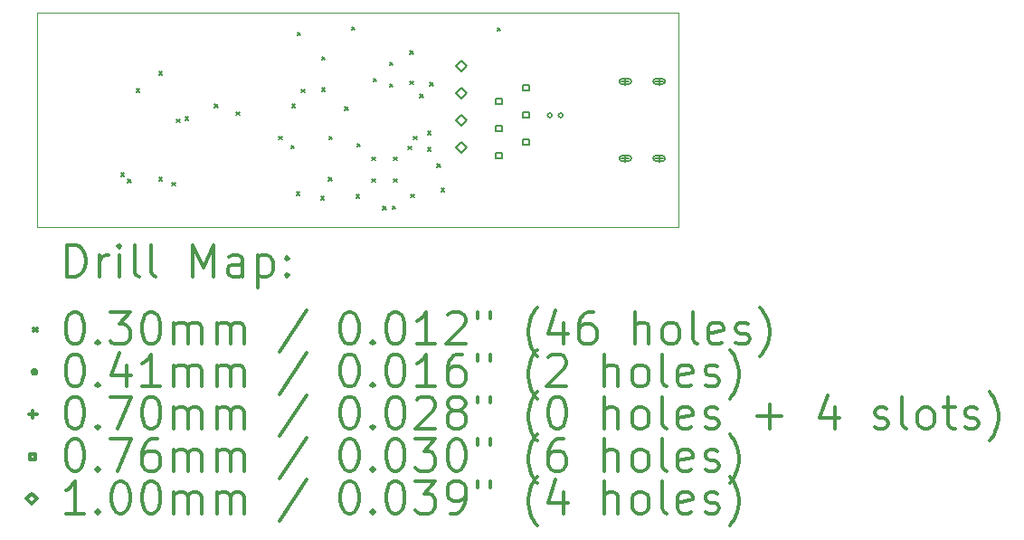
<source format=gbr>
%FSLAX45Y45*%
G04 Gerber Fmt 4.5, Leading zero omitted, Abs format (unit mm)*
G04 Created by KiCad (PCBNEW (5.1.9-0-10_14)) date 2021-04-30 15:24:49*
%MOMM*%
%LPD*%
G01*
G04 APERTURE LIST*
%TA.AperFunction,Profile*%
%ADD10C,0.050000*%
%TD*%
%ADD11C,0.200000*%
%ADD12C,0.300000*%
G04 APERTURE END LIST*
D10*
X6000000Y2000000D02*
X6000000Y0D01*
X0Y2000000D02*
X6000000Y2000000D01*
X0Y0D02*
X0Y2000000D01*
X0Y0D02*
X6000000Y0D01*
D11*
X787640Y502680D02*
X817640Y472680D01*
X817640Y502680D02*
X787640Y472680D01*
X850661Y444498D02*
X880661Y414498D01*
X880661Y444498D02*
X850661Y414498D01*
X929880Y1290080D02*
X959880Y1260080D01*
X959880Y1290080D02*
X929880Y1260080D01*
X1140700Y1450100D02*
X1170700Y1420100D01*
X1170700Y1450100D02*
X1140700Y1420100D01*
X1140700Y459500D02*
X1170700Y429500D01*
X1170700Y459500D02*
X1140700Y429500D01*
X1265160Y416320D02*
X1295160Y386320D01*
X1295160Y416320D02*
X1265160Y386320D01*
X1305800Y1005600D02*
X1335800Y975600D01*
X1335800Y1005600D02*
X1305800Y975600D01*
X1385855Y1030521D02*
X1415855Y1000521D01*
X1415855Y1030521D02*
X1385855Y1000521D01*
X1661400Y1145300D02*
X1691400Y1115300D01*
X1691400Y1145300D02*
X1661400Y1115300D01*
X1864600Y1076242D02*
X1894600Y1046242D01*
X1894600Y1076242D02*
X1864600Y1046242D01*
X2265920Y848120D02*
X2295920Y818120D01*
X2295920Y848120D02*
X2265920Y818120D01*
X2377680Y761760D02*
X2407680Y731760D01*
X2407680Y761760D02*
X2377680Y731760D01*
X2385300Y1145300D02*
X2415300Y1115300D01*
X2415300Y1145300D02*
X2385300Y1115300D01*
X2428480Y324880D02*
X2458480Y294880D01*
X2458480Y324880D02*
X2428480Y294880D01*
X2436100Y1818400D02*
X2466100Y1788400D01*
X2466100Y1818400D02*
X2436100Y1788400D01*
X2474200Y1285000D02*
X2504200Y1255000D01*
X2504200Y1285000D02*
X2474200Y1255000D01*
X2657080Y284240D02*
X2687080Y254240D01*
X2687080Y284240D02*
X2657080Y254240D01*
X2664700Y1589800D02*
X2694700Y1559800D01*
X2694700Y1589800D02*
X2664700Y1559800D01*
X2664700Y1297700D02*
X2694700Y1267700D01*
X2694700Y1297700D02*
X2664700Y1267700D01*
X2728200Y459500D02*
X2758200Y429500D01*
X2758200Y459500D02*
X2728200Y429500D01*
X2734500Y848120D02*
X2764500Y818120D01*
X2764500Y848120D02*
X2734500Y818120D01*
X2880600Y1119900D02*
X2910600Y1089900D01*
X2910600Y1119900D02*
X2880600Y1089900D01*
X2944100Y1869200D02*
X2974100Y1839200D01*
X2974100Y1869200D02*
X2944100Y1839200D01*
X2987280Y299480D02*
X3017280Y269480D01*
X3017280Y299480D02*
X2987280Y269480D01*
X2994900Y777000D02*
X3024900Y747000D01*
X3024900Y777000D02*
X2994900Y747000D01*
X3134600Y650000D02*
X3164600Y620000D01*
X3164600Y650000D02*
X3134600Y620000D01*
X3134600Y446800D02*
X3164600Y416800D01*
X3164600Y446800D02*
X3134600Y416800D01*
X3147300Y1386600D02*
X3177300Y1356600D01*
X3177300Y1386600D02*
X3147300Y1356600D01*
X3236200Y192321D02*
X3266200Y162321D01*
X3266200Y192321D02*
X3236200Y162321D01*
X3299700Y1539000D02*
X3329700Y1509000D01*
X3329700Y1539000D02*
X3299700Y1509000D01*
X3299700Y1335800D02*
X3329700Y1305800D01*
X3329700Y1335800D02*
X3299700Y1305800D01*
X3325100Y192800D02*
X3355100Y162800D01*
X3355100Y192800D02*
X3325100Y162800D01*
X3337800Y650000D02*
X3367800Y620000D01*
X3367800Y650000D02*
X3337800Y620000D01*
X3337800Y446800D02*
X3367800Y416800D01*
X3367800Y446800D02*
X3337800Y416800D01*
X3475370Y751465D02*
X3505370Y721465D01*
X3505370Y751465D02*
X3475370Y721465D01*
X3490200Y1647200D02*
X3520200Y1617200D01*
X3520200Y1647200D02*
X3490200Y1617200D01*
X3490200Y1361200D02*
X3520200Y1331200D01*
X3520200Y1361200D02*
X3490200Y1331200D01*
X3500360Y304560D02*
X3530360Y274560D01*
X3530360Y304560D02*
X3500360Y274560D01*
X3523220Y848120D02*
X3553220Y818120D01*
X3553220Y848120D02*
X3523220Y818120D01*
X3585200Y1240800D02*
X3615200Y1210800D01*
X3615200Y1240800D02*
X3585200Y1210800D01*
X3655300Y891300D02*
X3685300Y861300D01*
X3685300Y891300D02*
X3655300Y861300D01*
X3655300Y738900D02*
X3685300Y708900D01*
X3685300Y738900D02*
X3655300Y708900D01*
X3678160Y1348500D02*
X3708160Y1318500D01*
X3708160Y1348500D02*
X3678160Y1318500D01*
X3744200Y586500D02*
X3774200Y556500D01*
X3774200Y586500D02*
X3744200Y556500D01*
X3784360Y360440D02*
X3814360Y330440D01*
X3814360Y360440D02*
X3784360Y330440D01*
X4309350Y1862850D02*
X4339350Y1832850D01*
X4339350Y1862850D02*
X4309350Y1832850D01*
X4820920Y1042985D02*
G75*
G03*
X4820920Y1042985I-20320J0D01*
G01*
X4922520Y1042985D02*
G75*
G03*
X4922520Y1042985I-20320J0D01*
G01*
X5506950Y1395000D02*
X5506950Y1325000D01*
X5471950Y1360000D02*
X5541950Y1360000D01*
X5536950Y1385000D02*
X5476950Y1385000D01*
X5536950Y1335000D02*
X5476950Y1335000D01*
X5476950Y1385000D02*
G75*
G03*
X5476950Y1335000I0J-25000D01*
G01*
X5536950Y1335000D02*
G75*
G03*
X5536950Y1385000I0J25000D01*
G01*
X5506950Y675000D02*
X5506950Y605000D01*
X5471950Y640000D02*
X5541950Y640000D01*
X5476950Y615000D02*
X5536950Y615000D01*
X5476950Y665000D02*
X5536950Y665000D01*
X5536950Y615000D02*
G75*
G03*
X5536950Y665000I0J25000D01*
G01*
X5476950Y665000D02*
G75*
G03*
X5476950Y615000I0J-25000D01*
G01*
X5822950Y1395000D02*
X5822950Y1325000D01*
X5787950Y1360000D02*
X5857950Y1360000D01*
X5852950Y1385000D02*
X5792950Y1385000D01*
X5852950Y1335000D02*
X5792950Y1335000D01*
X5792950Y1385000D02*
G75*
G03*
X5792950Y1335000I0J-25000D01*
G01*
X5852950Y1335000D02*
G75*
G03*
X5852950Y1385000I0J25000D01*
G01*
X5822950Y675000D02*
X5822950Y605000D01*
X5787950Y640000D02*
X5857950Y640000D01*
X5852950Y665000D02*
X5792950Y665000D01*
X5852950Y615000D02*
X5792950Y615000D01*
X5792950Y665000D02*
G75*
G03*
X5792950Y615000I0J-25000D01*
G01*
X5852950Y615000D02*
G75*
G03*
X5852950Y665000I0J25000D01*
G01*
X4351220Y1147880D02*
X4351220Y1201620D01*
X4297480Y1201620D01*
X4297480Y1147880D01*
X4351220Y1147880D01*
X4351220Y893880D02*
X4351220Y947620D01*
X4297480Y947620D01*
X4297480Y893880D01*
X4351220Y893880D01*
X4351220Y639880D02*
X4351220Y693620D01*
X4297480Y693620D01*
X4297480Y639880D01*
X4351220Y639880D01*
X4605220Y1274880D02*
X4605220Y1328620D01*
X4551480Y1328620D01*
X4551480Y1274880D01*
X4605220Y1274880D01*
X4605220Y1020880D02*
X4605220Y1074620D01*
X4551480Y1074620D01*
X4551480Y1020880D01*
X4605220Y1020880D01*
X4605220Y766880D02*
X4605220Y820620D01*
X4551480Y820620D01*
X4551480Y766880D01*
X4605220Y766880D01*
X3971150Y1451700D02*
X4021150Y1501700D01*
X3971150Y1551700D01*
X3921150Y1501700D01*
X3971150Y1451700D01*
X3971150Y1197700D02*
X4021150Y1247700D01*
X3971150Y1297700D01*
X3921150Y1247700D01*
X3971150Y1197700D01*
X3971150Y943700D02*
X4021150Y993700D01*
X3971150Y1043700D01*
X3921150Y993700D01*
X3971150Y943700D01*
X3971150Y689700D02*
X4021150Y739700D01*
X3971150Y789700D01*
X3921150Y739700D01*
X3971150Y689700D01*
D12*
X283928Y-468214D02*
X283928Y-168214D01*
X355357Y-168214D01*
X398214Y-182500D01*
X426786Y-211071D01*
X441071Y-239643D01*
X455357Y-296786D01*
X455357Y-339643D01*
X441071Y-396786D01*
X426786Y-425357D01*
X398214Y-453929D01*
X355357Y-468214D01*
X283928Y-468214D01*
X583928Y-468214D02*
X583928Y-268214D01*
X583928Y-325357D02*
X598214Y-296786D01*
X612500Y-282500D01*
X641071Y-268214D01*
X669643Y-268214D01*
X769643Y-468214D02*
X769643Y-268214D01*
X769643Y-168214D02*
X755357Y-182500D01*
X769643Y-196786D01*
X783928Y-182500D01*
X769643Y-168214D01*
X769643Y-196786D01*
X955357Y-468214D02*
X926786Y-453929D01*
X912500Y-425357D01*
X912500Y-168214D01*
X1112500Y-468214D02*
X1083928Y-453929D01*
X1069643Y-425357D01*
X1069643Y-168214D01*
X1455357Y-468214D02*
X1455357Y-168214D01*
X1555357Y-382500D01*
X1655357Y-168214D01*
X1655357Y-468214D01*
X1926786Y-468214D02*
X1926786Y-311072D01*
X1912500Y-282500D01*
X1883928Y-268214D01*
X1826786Y-268214D01*
X1798214Y-282500D01*
X1926786Y-453929D02*
X1898214Y-468214D01*
X1826786Y-468214D01*
X1798214Y-453929D01*
X1783928Y-425357D01*
X1783928Y-396786D01*
X1798214Y-368214D01*
X1826786Y-353929D01*
X1898214Y-353929D01*
X1926786Y-339643D01*
X2069643Y-268214D02*
X2069643Y-568214D01*
X2069643Y-282500D02*
X2098214Y-268214D01*
X2155357Y-268214D01*
X2183928Y-282500D01*
X2198214Y-296786D01*
X2212500Y-325357D01*
X2212500Y-411071D01*
X2198214Y-439643D01*
X2183928Y-453929D01*
X2155357Y-468214D01*
X2098214Y-468214D01*
X2069643Y-453929D01*
X2341071Y-439643D02*
X2355357Y-453929D01*
X2341071Y-468214D01*
X2326786Y-453929D01*
X2341071Y-439643D01*
X2341071Y-468214D01*
X2341071Y-282500D02*
X2355357Y-296786D01*
X2341071Y-311072D01*
X2326786Y-296786D01*
X2341071Y-282500D01*
X2341071Y-311072D01*
X-32500Y-947500D02*
X-2500Y-977500D01*
X-2500Y-947500D02*
X-32500Y-977500D01*
X341071Y-798214D02*
X369643Y-798214D01*
X398214Y-812500D01*
X412500Y-826786D01*
X426786Y-855357D01*
X441071Y-912500D01*
X441071Y-983929D01*
X426786Y-1041071D01*
X412500Y-1069643D01*
X398214Y-1083929D01*
X369643Y-1098214D01*
X341071Y-1098214D01*
X312500Y-1083929D01*
X298214Y-1069643D01*
X283928Y-1041071D01*
X269643Y-983929D01*
X269643Y-912500D01*
X283928Y-855357D01*
X298214Y-826786D01*
X312500Y-812500D01*
X341071Y-798214D01*
X569643Y-1069643D02*
X583928Y-1083929D01*
X569643Y-1098214D01*
X555357Y-1083929D01*
X569643Y-1069643D01*
X569643Y-1098214D01*
X683928Y-798214D02*
X869643Y-798214D01*
X769643Y-912500D01*
X812500Y-912500D01*
X841071Y-926786D01*
X855357Y-941071D01*
X869643Y-969643D01*
X869643Y-1041071D01*
X855357Y-1069643D01*
X841071Y-1083929D01*
X812500Y-1098214D01*
X726786Y-1098214D01*
X698214Y-1083929D01*
X683928Y-1069643D01*
X1055357Y-798214D02*
X1083928Y-798214D01*
X1112500Y-812500D01*
X1126786Y-826786D01*
X1141071Y-855357D01*
X1155357Y-912500D01*
X1155357Y-983929D01*
X1141071Y-1041071D01*
X1126786Y-1069643D01*
X1112500Y-1083929D01*
X1083928Y-1098214D01*
X1055357Y-1098214D01*
X1026786Y-1083929D01*
X1012500Y-1069643D01*
X998214Y-1041071D01*
X983928Y-983929D01*
X983928Y-912500D01*
X998214Y-855357D01*
X1012500Y-826786D01*
X1026786Y-812500D01*
X1055357Y-798214D01*
X1283928Y-1098214D02*
X1283928Y-898214D01*
X1283928Y-926786D02*
X1298214Y-912500D01*
X1326786Y-898214D01*
X1369643Y-898214D01*
X1398214Y-912500D01*
X1412500Y-941071D01*
X1412500Y-1098214D01*
X1412500Y-941071D02*
X1426786Y-912500D01*
X1455357Y-898214D01*
X1498214Y-898214D01*
X1526786Y-912500D01*
X1541071Y-941071D01*
X1541071Y-1098214D01*
X1683928Y-1098214D02*
X1683928Y-898214D01*
X1683928Y-926786D02*
X1698214Y-912500D01*
X1726786Y-898214D01*
X1769643Y-898214D01*
X1798214Y-912500D01*
X1812500Y-941071D01*
X1812500Y-1098214D01*
X1812500Y-941071D02*
X1826786Y-912500D01*
X1855357Y-898214D01*
X1898214Y-898214D01*
X1926786Y-912500D01*
X1941071Y-941071D01*
X1941071Y-1098214D01*
X2526786Y-783929D02*
X2269643Y-1169643D01*
X2912500Y-798214D02*
X2941071Y-798214D01*
X2969643Y-812500D01*
X2983928Y-826786D01*
X2998214Y-855357D01*
X3012500Y-912500D01*
X3012500Y-983929D01*
X2998214Y-1041071D01*
X2983928Y-1069643D01*
X2969643Y-1083929D01*
X2941071Y-1098214D01*
X2912500Y-1098214D01*
X2883928Y-1083929D01*
X2869643Y-1069643D01*
X2855357Y-1041071D01*
X2841071Y-983929D01*
X2841071Y-912500D01*
X2855357Y-855357D01*
X2869643Y-826786D01*
X2883928Y-812500D01*
X2912500Y-798214D01*
X3141071Y-1069643D02*
X3155357Y-1083929D01*
X3141071Y-1098214D01*
X3126786Y-1083929D01*
X3141071Y-1069643D01*
X3141071Y-1098214D01*
X3341071Y-798214D02*
X3369643Y-798214D01*
X3398214Y-812500D01*
X3412500Y-826786D01*
X3426786Y-855357D01*
X3441071Y-912500D01*
X3441071Y-983929D01*
X3426786Y-1041071D01*
X3412500Y-1069643D01*
X3398214Y-1083929D01*
X3369643Y-1098214D01*
X3341071Y-1098214D01*
X3312500Y-1083929D01*
X3298214Y-1069643D01*
X3283928Y-1041071D01*
X3269643Y-983929D01*
X3269643Y-912500D01*
X3283928Y-855357D01*
X3298214Y-826786D01*
X3312500Y-812500D01*
X3341071Y-798214D01*
X3726786Y-1098214D02*
X3555357Y-1098214D01*
X3641071Y-1098214D02*
X3641071Y-798214D01*
X3612500Y-841071D01*
X3583928Y-869643D01*
X3555357Y-883929D01*
X3841071Y-826786D02*
X3855357Y-812500D01*
X3883928Y-798214D01*
X3955357Y-798214D01*
X3983928Y-812500D01*
X3998214Y-826786D01*
X4012500Y-855357D01*
X4012500Y-883929D01*
X3998214Y-926786D01*
X3826786Y-1098214D01*
X4012500Y-1098214D01*
X4126786Y-798214D02*
X4126786Y-855357D01*
X4241071Y-798214D02*
X4241071Y-855357D01*
X4683928Y-1212500D02*
X4669643Y-1198214D01*
X4641071Y-1155357D01*
X4626786Y-1126786D01*
X4612500Y-1083929D01*
X4598214Y-1012500D01*
X4598214Y-955357D01*
X4612500Y-883929D01*
X4626786Y-841071D01*
X4641071Y-812500D01*
X4669643Y-769643D01*
X4683928Y-755357D01*
X4926786Y-898214D02*
X4926786Y-1098214D01*
X4855357Y-783929D02*
X4783928Y-998214D01*
X4969643Y-998214D01*
X5212500Y-798214D02*
X5155357Y-798214D01*
X5126786Y-812500D01*
X5112500Y-826786D01*
X5083928Y-869643D01*
X5069643Y-926786D01*
X5069643Y-1041071D01*
X5083928Y-1069643D01*
X5098214Y-1083929D01*
X5126786Y-1098214D01*
X5183928Y-1098214D01*
X5212500Y-1083929D01*
X5226786Y-1069643D01*
X5241071Y-1041071D01*
X5241071Y-969643D01*
X5226786Y-941071D01*
X5212500Y-926786D01*
X5183928Y-912500D01*
X5126786Y-912500D01*
X5098214Y-926786D01*
X5083928Y-941071D01*
X5069643Y-969643D01*
X5598214Y-1098214D02*
X5598214Y-798214D01*
X5726786Y-1098214D02*
X5726786Y-941071D01*
X5712500Y-912500D01*
X5683928Y-898214D01*
X5641071Y-898214D01*
X5612500Y-912500D01*
X5598214Y-926786D01*
X5912500Y-1098214D02*
X5883928Y-1083929D01*
X5869643Y-1069643D01*
X5855357Y-1041071D01*
X5855357Y-955357D01*
X5869643Y-926786D01*
X5883928Y-912500D01*
X5912500Y-898214D01*
X5955357Y-898214D01*
X5983928Y-912500D01*
X5998214Y-926786D01*
X6012500Y-955357D01*
X6012500Y-1041071D01*
X5998214Y-1069643D01*
X5983928Y-1083929D01*
X5955357Y-1098214D01*
X5912500Y-1098214D01*
X6183928Y-1098214D02*
X6155357Y-1083929D01*
X6141071Y-1055357D01*
X6141071Y-798214D01*
X6412500Y-1083929D02*
X6383928Y-1098214D01*
X6326786Y-1098214D01*
X6298214Y-1083929D01*
X6283928Y-1055357D01*
X6283928Y-941071D01*
X6298214Y-912500D01*
X6326786Y-898214D01*
X6383928Y-898214D01*
X6412500Y-912500D01*
X6426786Y-941071D01*
X6426786Y-969643D01*
X6283928Y-998214D01*
X6541071Y-1083929D02*
X6569643Y-1098214D01*
X6626786Y-1098214D01*
X6655357Y-1083929D01*
X6669643Y-1055357D01*
X6669643Y-1041071D01*
X6655357Y-1012500D01*
X6626786Y-998214D01*
X6583928Y-998214D01*
X6555357Y-983929D01*
X6541071Y-955357D01*
X6541071Y-941071D01*
X6555357Y-912500D01*
X6583928Y-898214D01*
X6626786Y-898214D01*
X6655357Y-912500D01*
X6769643Y-1212500D02*
X6783928Y-1198214D01*
X6812500Y-1155357D01*
X6826786Y-1126786D01*
X6841071Y-1083929D01*
X6855357Y-1012500D01*
X6855357Y-955357D01*
X6841071Y-883929D01*
X6826786Y-841071D01*
X6812500Y-812500D01*
X6783928Y-769643D01*
X6769643Y-755357D01*
X-2500Y-1358500D02*
G75*
G03*
X-2500Y-1358500I-20320J0D01*
G01*
X341071Y-1194214D02*
X369643Y-1194214D01*
X398214Y-1208500D01*
X412500Y-1222786D01*
X426786Y-1251357D01*
X441071Y-1308500D01*
X441071Y-1379929D01*
X426786Y-1437071D01*
X412500Y-1465643D01*
X398214Y-1479929D01*
X369643Y-1494214D01*
X341071Y-1494214D01*
X312500Y-1479929D01*
X298214Y-1465643D01*
X283928Y-1437071D01*
X269643Y-1379929D01*
X269643Y-1308500D01*
X283928Y-1251357D01*
X298214Y-1222786D01*
X312500Y-1208500D01*
X341071Y-1194214D01*
X569643Y-1465643D02*
X583928Y-1479929D01*
X569643Y-1494214D01*
X555357Y-1479929D01*
X569643Y-1465643D01*
X569643Y-1494214D01*
X841071Y-1294214D02*
X841071Y-1494214D01*
X769643Y-1179929D02*
X698214Y-1394214D01*
X883928Y-1394214D01*
X1155357Y-1494214D02*
X983928Y-1494214D01*
X1069643Y-1494214D02*
X1069643Y-1194214D01*
X1041071Y-1237072D01*
X1012500Y-1265643D01*
X983928Y-1279929D01*
X1283928Y-1494214D02*
X1283928Y-1294214D01*
X1283928Y-1322786D02*
X1298214Y-1308500D01*
X1326786Y-1294214D01*
X1369643Y-1294214D01*
X1398214Y-1308500D01*
X1412500Y-1337072D01*
X1412500Y-1494214D01*
X1412500Y-1337072D02*
X1426786Y-1308500D01*
X1455357Y-1294214D01*
X1498214Y-1294214D01*
X1526786Y-1308500D01*
X1541071Y-1337072D01*
X1541071Y-1494214D01*
X1683928Y-1494214D02*
X1683928Y-1294214D01*
X1683928Y-1322786D02*
X1698214Y-1308500D01*
X1726786Y-1294214D01*
X1769643Y-1294214D01*
X1798214Y-1308500D01*
X1812500Y-1337072D01*
X1812500Y-1494214D01*
X1812500Y-1337072D02*
X1826786Y-1308500D01*
X1855357Y-1294214D01*
X1898214Y-1294214D01*
X1926786Y-1308500D01*
X1941071Y-1337072D01*
X1941071Y-1494214D01*
X2526786Y-1179929D02*
X2269643Y-1565643D01*
X2912500Y-1194214D02*
X2941071Y-1194214D01*
X2969643Y-1208500D01*
X2983928Y-1222786D01*
X2998214Y-1251357D01*
X3012500Y-1308500D01*
X3012500Y-1379929D01*
X2998214Y-1437071D01*
X2983928Y-1465643D01*
X2969643Y-1479929D01*
X2941071Y-1494214D01*
X2912500Y-1494214D01*
X2883928Y-1479929D01*
X2869643Y-1465643D01*
X2855357Y-1437071D01*
X2841071Y-1379929D01*
X2841071Y-1308500D01*
X2855357Y-1251357D01*
X2869643Y-1222786D01*
X2883928Y-1208500D01*
X2912500Y-1194214D01*
X3141071Y-1465643D02*
X3155357Y-1479929D01*
X3141071Y-1494214D01*
X3126786Y-1479929D01*
X3141071Y-1465643D01*
X3141071Y-1494214D01*
X3341071Y-1194214D02*
X3369643Y-1194214D01*
X3398214Y-1208500D01*
X3412500Y-1222786D01*
X3426786Y-1251357D01*
X3441071Y-1308500D01*
X3441071Y-1379929D01*
X3426786Y-1437071D01*
X3412500Y-1465643D01*
X3398214Y-1479929D01*
X3369643Y-1494214D01*
X3341071Y-1494214D01*
X3312500Y-1479929D01*
X3298214Y-1465643D01*
X3283928Y-1437071D01*
X3269643Y-1379929D01*
X3269643Y-1308500D01*
X3283928Y-1251357D01*
X3298214Y-1222786D01*
X3312500Y-1208500D01*
X3341071Y-1194214D01*
X3726786Y-1494214D02*
X3555357Y-1494214D01*
X3641071Y-1494214D02*
X3641071Y-1194214D01*
X3612500Y-1237072D01*
X3583928Y-1265643D01*
X3555357Y-1279929D01*
X3983928Y-1194214D02*
X3926786Y-1194214D01*
X3898214Y-1208500D01*
X3883928Y-1222786D01*
X3855357Y-1265643D01*
X3841071Y-1322786D01*
X3841071Y-1437071D01*
X3855357Y-1465643D01*
X3869643Y-1479929D01*
X3898214Y-1494214D01*
X3955357Y-1494214D01*
X3983928Y-1479929D01*
X3998214Y-1465643D01*
X4012500Y-1437071D01*
X4012500Y-1365643D01*
X3998214Y-1337072D01*
X3983928Y-1322786D01*
X3955357Y-1308500D01*
X3898214Y-1308500D01*
X3869643Y-1322786D01*
X3855357Y-1337072D01*
X3841071Y-1365643D01*
X4126786Y-1194214D02*
X4126786Y-1251357D01*
X4241071Y-1194214D02*
X4241071Y-1251357D01*
X4683928Y-1608500D02*
X4669643Y-1594214D01*
X4641071Y-1551357D01*
X4626786Y-1522786D01*
X4612500Y-1479929D01*
X4598214Y-1408500D01*
X4598214Y-1351357D01*
X4612500Y-1279929D01*
X4626786Y-1237072D01*
X4641071Y-1208500D01*
X4669643Y-1165643D01*
X4683928Y-1151357D01*
X4783928Y-1222786D02*
X4798214Y-1208500D01*
X4826786Y-1194214D01*
X4898214Y-1194214D01*
X4926786Y-1208500D01*
X4941071Y-1222786D01*
X4955357Y-1251357D01*
X4955357Y-1279929D01*
X4941071Y-1322786D01*
X4769643Y-1494214D01*
X4955357Y-1494214D01*
X5312500Y-1494214D02*
X5312500Y-1194214D01*
X5441071Y-1494214D02*
X5441071Y-1337072D01*
X5426786Y-1308500D01*
X5398214Y-1294214D01*
X5355357Y-1294214D01*
X5326786Y-1308500D01*
X5312500Y-1322786D01*
X5626786Y-1494214D02*
X5598214Y-1479929D01*
X5583928Y-1465643D01*
X5569643Y-1437071D01*
X5569643Y-1351357D01*
X5583928Y-1322786D01*
X5598214Y-1308500D01*
X5626786Y-1294214D01*
X5669643Y-1294214D01*
X5698214Y-1308500D01*
X5712500Y-1322786D01*
X5726786Y-1351357D01*
X5726786Y-1437071D01*
X5712500Y-1465643D01*
X5698214Y-1479929D01*
X5669643Y-1494214D01*
X5626786Y-1494214D01*
X5898214Y-1494214D02*
X5869643Y-1479929D01*
X5855357Y-1451357D01*
X5855357Y-1194214D01*
X6126786Y-1479929D02*
X6098214Y-1494214D01*
X6041071Y-1494214D01*
X6012500Y-1479929D01*
X5998214Y-1451357D01*
X5998214Y-1337072D01*
X6012500Y-1308500D01*
X6041071Y-1294214D01*
X6098214Y-1294214D01*
X6126786Y-1308500D01*
X6141071Y-1337072D01*
X6141071Y-1365643D01*
X5998214Y-1394214D01*
X6255357Y-1479929D02*
X6283928Y-1494214D01*
X6341071Y-1494214D01*
X6369643Y-1479929D01*
X6383928Y-1451357D01*
X6383928Y-1437071D01*
X6369643Y-1408500D01*
X6341071Y-1394214D01*
X6298214Y-1394214D01*
X6269643Y-1379929D01*
X6255357Y-1351357D01*
X6255357Y-1337072D01*
X6269643Y-1308500D01*
X6298214Y-1294214D01*
X6341071Y-1294214D01*
X6369643Y-1308500D01*
X6483928Y-1608500D02*
X6498214Y-1594214D01*
X6526786Y-1551357D01*
X6541071Y-1522786D01*
X6555357Y-1479929D01*
X6569643Y-1408500D01*
X6569643Y-1351357D01*
X6555357Y-1279929D01*
X6541071Y-1237072D01*
X6526786Y-1208500D01*
X6498214Y-1165643D01*
X6483928Y-1151357D01*
X-37500Y-1719500D02*
X-37500Y-1789500D01*
X-72500Y-1754500D02*
X-2500Y-1754500D01*
X341071Y-1590214D02*
X369643Y-1590214D01*
X398214Y-1604500D01*
X412500Y-1618786D01*
X426786Y-1647357D01*
X441071Y-1704500D01*
X441071Y-1775929D01*
X426786Y-1833071D01*
X412500Y-1861643D01*
X398214Y-1875929D01*
X369643Y-1890214D01*
X341071Y-1890214D01*
X312500Y-1875929D01*
X298214Y-1861643D01*
X283928Y-1833071D01*
X269643Y-1775929D01*
X269643Y-1704500D01*
X283928Y-1647357D01*
X298214Y-1618786D01*
X312500Y-1604500D01*
X341071Y-1590214D01*
X569643Y-1861643D02*
X583928Y-1875929D01*
X569643Y-1890214D01*
X555357Y-1875929D01*
X569643Y-1861643D01*
X569643Y-1890214D01*
X683928Y-1590214D02*
X883928Y-1590214D01*
X755357Y-1890214D01*
X1055357Y-1590214D02*
X1083928Y-1590214D01*
X1112500Y-1604500D01*
X1126786Y-1618786D01*
X1141071Y-1647357D01*
X1155357Y-1704500D01*
X1155357Y-1775929D01*
X1141071Y-1833071D01*
X1126786Y-1861643D01*
X1112500Y-1875929D01*
X1083928Y-1890214D01*
X1055357Y-1890214D01*
X1026786Y-1875929D01*
X1012500Y-1861643D01*
X998214Y-1833071D01*
X983928Y-1775929D01*
X983928Y-1704500D01*
X998214Y-1647357D01*
X1012500Y-1618786D01*
X1026786Y-1604500D01*
X1055357Y-1590214D01*
X1283928Y-1890214D02*
X1283928Y-1690214D01*
X1283928Y-1718786D02*
X1298214Y-1704500D01*
X1326786Y-1690214D01*
X1369643Y-1690214D01*
X1398214Y-1704500D01*
X1412500Y-1733071D01*
X1412500Y-1890214D01*
X1412500Y-1733071D02*
X1426786Y-1704500D01*
X1455357Y-1690214D01*
X1498214Y-1690214D01*
X1526786Y-1704500D01*
X1541071Y-1733071D01*
X1541071Y-1890214D01*
X1683928Y-1890214D02*
X1683928Y-1690214D01*
X1683928Y-1718786D02*
X1698214Y-1704500D01*
X1726786Y-1690214D01*
X1769643Y-1690214D01*
X1798214Y-1704500D01*
X1812500Y-1733071D01*
X1812500Y-1890214D01*
X1812500Y-1733071D02*
X1826786Y-1704500D01*
X1855357Y-1690214D01*
X1898214Y-1690214D01*
X1926786Y-1704500D01*
X1941071Y-1733071D01*
X1941071Y-1890214D01*
X2526786Y-1575929D02*
X2269643Y-1961643D01*
X2912500Y-1590214D02*
X2941071Y-1590214D01*
X2969643Y-1604500D01*
X2983928Y-1618786D01*
X2998214Y-1647357D01*
X3012500Y-1704500D01*
X3012500Y-1775929D01*
X2998214Y-1833071D01*
X2983928Y-1861643D01*
X2969643Y-1875929D01*
X2941071Y-1890214D01*
X2912500Y-1890214D01*
X2883928Y-1875929D01*
X2869643Y-1861643D01*
X2855357Y-1833071D01*
X2841071Y-1775929D01*
X2841071Y-1704500D01*
X2855357Y-1647357D01*
X2869643Y-1618786D01*
X2883928Y-1604500D01*
X2912500Y-1590214D01*
X3141071Y-1861643D02*
X3155357Y-1875929D01*
X3141071Y-1890214D01*
X3126786Y-1875929D01*
X3141071Y-1861643D01*
X3141071Y-1890214D01*
X3341071Y-1590214D02*
X3369643Y-1590214D01*
X3398214Y-1604500D01*
X3412500Y-1618786D01*
X3426786Y-1647357D01*
X3441071Y-1704500D01*
X3441071Y-1775929D01*
X3426786Y-1833071D01*
X3412500Y-1861643D01*
X3398214Y-1875929D01*
X3369643Y-1890214D01*
X3341071Y-1890214D01*
X3312500Y-1875929D01*
X3298214Y-1861643D01*
X3283928Y-1833071D01*
X3269643Y-1775929D01*
X3269643Y-1704500D01*
X3283928Y-1647357D01*
X3298214Y-1618786D01*
X3312500Y-1604500D01*
X3341071Y-1590214D01*
X3555357Y-1618786D02*
X3569643Y-1604500D01*
X3598214Y-1590214D01*
X3669643Y-1590214D01*
X3698214Y-1604500D01*
X3712500Y-1618786D01*
X3726786Y-1647357D01*
X3726786Y-1675929D01*
X3712500Y-1718786D01*
X3541071Y-1890214D01*
X3726786Y-1890214D01*
X3898214Y-1718786D02*
X3869643Y-1704500D01*
X3855357Y-1690214D01*
X3841071Y-1661643D01*
X3841071Y-1647357D01*
X3855357Y-1618786D01*
X3869643Y-1604500D01*
X3898214Y-1590214D01*
X3955357Y-1590214D01*
X3983928Y-1604500D01*
X3998214Y-1618786D01*
X4012500Y-1647357D01*
X4012500Y-1661643D01*
X3998214Y-1690214D01*
X3983928Y-1704500D01*
X3955357Y-1718786D01*
X3898214Y-1718786D01*
X3869643Y-1733071D01*
X3855357Y-1747357D01*
X3841071Y-1775929D01*
X3841071Y-1833071D01*
X3855357Y-1861643D01*
X3869643Y-1875929D01*
X3898214Y-1890214D01*
X3955357Y-1890214D01*
X3983928Y-1875929D01*
X3998214Y-1861643D01*
X4012500Y-1833071D01*
X4012500Y-1775929D01*
X3998214Y-1747357D01*
X3983928Y-1733071D01*
X3955357Y-1718786D01*
X4126786Y-1590214D02*
X4126786Y-1647357D01*
X4241071Y-1590214D02*
X4241071Y-1647357D01*
X4683928Y-2004500D02*
X4669643Y-1990214D01*
X4641071Y-1947357D01*
X4626786Y-1918786D01*
X4612500Y-1875929D01*
X4598214Y-1804500D01*
X4598214Y-1747357D01*
X4612500Y-1675929D01*
X4626786Y-1633071D01*
X4641071Y-1604500D01*
X4669643Y-1561643D01*
X4683928Y-1547357D01*
X4855357Y-1590214D02*
X4883928Y-1590214D01*
X4912500Y-1604500D01*
X4926786Y-1618786D01*
X4941071Y-1647357D01*
X4955357Y-1704500D01*
X4955357Y-1775929D01*
X4941071Y-1833071D01*
X4926786Y-1861643D01*
X4912500Y-1875929D01*
X4883928Y-1890214D01*
X4855357Y-1890214D01*
X4826786Y-1875929D01*
X4812500Y-1861643D01*
X4798214Y-1833071D01*
X4783928Y-1775929D01*
X4783928Y-1704500D01*
X4798214Y-1647357D01*
X4812500Y-1618786D01*
X4826786Y-1604500D01*
X4855357Y-1590214D01*
X5312500Y-1890214D02*
X5312500Y-1590214D01*
X5441071Y-1890214D02*
X5441071Y-1733071D01*
X5426786Y-1704500D01*
X5398214Y-1690214D01*
X5355357Y-1690214D01*
X5326786Y-1704500D01*
X5312500Y-1718786D01*
X5626786Y-1890214D02*
X5598214Y-1875929D01*
X5583928Y-1861643D01*
X5569643Y-1833071D01*
X5569643Y-1747357D01*
X5583928Y-1718786D01*
X5598214Y-1704500D01*
X5626786Y-1690214D01*
X5669643Y-1690214D01*
X5698214Y-1704500D01*
X5712500Y-1718786D01*
X5726786Y-1747357D01*
X5726786Y-1833071D01*
X5712500Y-1861643D01*
X5698214Y-1875929D01*
X5669643Y-1890214D01*
X5626786Y-1890214D01*
X5898214Y-1890214D02*
X5869643Y-1875929D01*
X5855357Y-1847357D01*
X5855357Y-1590214D01*
X6126786Y-1875929D02*
X6098214Y-1890214D01*
X6041071Y-1890214D01*
X6012500Y-1875929D01*
X5998214Y-1847357D01*
X5998214Y-1733071D01*
X6012500Y-1704500D01*
X6041071Y-1690214D01*
X6098214Y-1690214D01*
X6126786Y-1704500D01*
X6141071Y-1733071D01*
X6141071Y-1761643D01*
X5998214Y-1790214D01*
X6255357Y-1875929D02*
X6283928Y-1890214D01*
X6341071Y-1890214D01*
X6369643Y-1875929D01*
X6383928Y-1847357D01*
X6383928Y-1833071D01*
X6369643Y-1804500D01*
X6341071Y-1790214D01*
X6298214Y-1790214D01*
X6269643Y-1775929D01*
X6255357Y-1747357D01*
X6255357Y-1733071D01*
X6269643Y-1704500D01*
X6298214Y-1690214D01*
X6341071Y-1690214D01*
X6369643Y-1704500D01*
X6741071Y-1775929D02*
X6969643Y-1775929D01*
X6855357Y-1890214D02*
X6855357Y-1661643D01*
X7469643Y-1690214D02*
X7469643Y-1890214D01*
X7398214Y-1575929D02*
X7326786Y-1790214D01*
X7512500Y-1790214D01*
X7841071Y-1875929D02*
X7869643Y-1890214D01*
X7926786Y-1890214D01*
X7955357Y-1875929D01*
X7969643Y-1847357D01*
X7969643Y-1833071D01*
X7955357Y-1804500D01*
X7926786Y-1790214D01*
X7883928Y-1790214D01*
X7855357Y-1775929D01*
X7841071Y-1747357D01*
X7841071Y-1733071D01*
X7855357Y-1704500D01*
X7883928Y-1690214D01*
X7926786Y-1690214D01*
X7955357Y-1704500D01*
X8141071Y-1890214D02*
X8112500Y-1875929D01*
X8098214Y-1847357D01*
X8098214Y-1590214D01*
X8298214Y-1890214D02*
X8269643Y-1875929D01*
X8255357Y-1861643D01*
X8241071Y-1833071D01*
X8241071Y-1747357D01*
X8255357Y-1718786D01*
X8269643Y-1704500D01*
X8298214Y-1690214D01*
X8341071Y-1690214D01*
X8369643Y-1704500D01*
X8383928Y-1718786D01*
X8398214Y-1747357D01*
X8398214Y-1833071D01*
X8383928Y-1861643D01*
X8369643Y-1875929D01*
X8341071Y-1890214D01*
X8298214Y-1890214D01*
X8483928Y-1690214D02*
X8598214Y-1690214D01*
X8526786Y-1590214D02*
X8526786Y-1847357D01*
X8541071Y-1875929D01*
X8569643Y-1890214D01*
X8598214Y-1890214D01*
X8683928Y-1875929D02*
X8712500Y-1890214D01*
X8769643Y-1890214D01*
X8798214Y-1875929D01*
X8812500Y-1847357D01*
X8812500Y-1833071D01*
X8798214Y-1804500D01*
X8769643Y-1790214D01*
X8726786Y-1790214D01*
X8698214Y-1775929D01*
X8683928Y-1747357D01*
X8683928Y-1733071D01*
X8698214Y-1704500D01*
X8726786Y-1690214D01*
X8769643Y-1690214D01*
X8798214Y-1704500D01*
X8912500Y-2004500D02*
X8926786Y-1990214D01*
X8955357Y-1947357D01*
X8969643Y-1918786D01*
X8983928Y-1875929D01*
X8998214Y-1804500D01*
X8998214Y-1747357D01*
X8983928Y-1675929D01*
X8969643Y-1633071D01*
X8955357Y-1604500D01*
X8926786Y-1561643D01*
X8912500Y-1547357D01*
X-13630Y-2177370D02*
X-13630Y-2123630D01*
X-67370Y-2123630D01*
X-67370Y-2177370D01*
X-13630Y-2177370D01*
X341071Y-1986214D02*
X369643Y-1986214D01*
X398214Y-2000500D01*
X412500Y-2014786D01*
X426786Y-2043357D01*
X441071Y-2100500D01*
X441071Y-2171929D01*
X426786Y-2229072D01*
X412500Y-2257643D01*
X398214Y-2271929D01*
X369643Y-2286214D01*
X341071Y-2286214D01*
X312500Y-2271929D01*
X298214Y-2257643D01*
X283928Y-2229072D01*
X269643Y-2171929D01*
X269643Y-2100500D01*
X283928Y-2043357D01*
X298214Y-2014786D01*
X312500Y-2000500D01*
X341071Y-1986214D01*
X569643Y-2257643D02*
X583928Y-2271929D01*
X569643Y-2286214D01*
X555357Y-2271929D01*
X569643Y-2257643D01*
X569643Y-2286214D01*
X683928Y-1986214D02*
X883928Y-1986214D01*
X755357Y-2286214D01*
X1126786Y-1986214D02*
X1069643Y-1986214D01*
X1041071Y-2000500D01*
X1026786Y-2014786D01*
X998214Y-2057643D01*
X983928Y-2114786D01*
X983928Y-2229072D01*
X998214Y-2257643D01*
X1012500Y-2271929D01*
X1041071Y-2286214D01*
X1098214Y-2286214D01*
X1126786Y-2271929D01*
X1141071Y-2257643D01*
X1155357Y-2229072D01*
X1155357Y-2157643D01*
X1141071Y-2129072D01*
X1126786Y-2114786D01*
X1098214Y-2100500D01*
X1041071Y-2100500D01*
X1012500Y-2114786D01*
X998214Y-2129072D01*
X983928Y-2157643D01*
X1283928Y-2286214D02*
X1283928Y-2086214D01*
X1283928Y-2114786D02*
X1298214Y-2100500D01*
X1326786Y-2086214D01*
X1369643Y-2086214D01*
X1398214Y-2100500D01*
X1412500Y-2129072D01*
X1412500Y-2286214D01*
X1412500Y-2129072D02*
X1426786Y-2100500D01*
X1455357Y-2086214D01*
X1498214Y-2086214D01*
X1526786Y-2100500D01*
X1541071Y-2129072D01*
X1541071Y-2286214D01*
X1683928Y-2286214D02*
X1683928Y-2086214D01*
X1683928Y-2114786D02*
X1698214Y-2100500D01*
X1726786Y-2086214D01*
X1769643Y-2086214D01*
X1798214Y-2100500D01*
X1812500Y-2129072D01*
X1812500Y-2286214D01*
X1812500Y-2129072D02*
X1826786Y-2100500D01*
X1855357Y-2086214D01*
X1898214Y-2086214D01*
X1926786Y-2100500D01*
X1941071Y-2129072D01*
X1941071Y-2286214D01*
X2526786Y-1971929D02*
X2269643Y-2357643D01*
X2912500Y-1986214D02*
X2941071Y-1986214D01*
X2969643Y-2000500D01*
X2983928Y-2014786D01*
X2998214Y-2043357D01*
X3012500Y-2100500D01*
X3012500Y-2171929D01*
X2998214Y-2229072D01*
X2983928Y-2257643D01*
X2969643Y-2271929D01*
X2941071Y-2286214D01*
X2912500Y-2286214D01*
X2883928Y-2271929D01*
X2869643Y-2257643D01*
X2855357Y-2229072D01*
X2841071Y-2171929D01*
X2841071Y-2100500D01*
X2855357Y-2043357D01*
X2869643Y-2014786D01*
X2883928Y-2000500D01*
X2912500Y-1986214D01*
X3141071Y-2257643D02*
X3155357Y-2271929D01*
X3141071Y-2286214D01*
X3126786Y-2271929D01*
X3141071Y-2257643D01*
X3141071Y-2286214D01*
X3341071Y-1986214D02*
X3369643Y-1986214D01*
X3398214Y-2000500D01*
X3412500Y-2014786D01*
X3426786Y-2043357D01*
X3441071Y-2100500D01*
X3441071Y-2171929D01*
X3426786Y-2229072D01*
X3412500Y-2257643D01*
X3398214Y-2271929D01*
X3369643Y-2286214D01*
X3341071Y-2286214D01*
X3312500Y-2271929D01*
X3298214Y-2257643D01*
X3283928Y-2229072D01*
X3269643Y-2171929D01*
X3269643Y-2100500D01*
X3283928Y-2043357D01*
X3298214Y-2014786D01*
X3312500Y-2000500D01*
X3341071Y-1986214D01*
X3541071Y-1986214D02*
X3726786Y-1986214D01*
X3626786Y-2100500D01*
X3669643Y-2100500D01*
X3698214Y-2114786D01*
X3712500Y-2129072D01*
X3726786Y-2157643D01*
X3726786Y-2229072D01*
X3712500Y-2257643D01*
X3698214Y-2271929D01*
X3669643Y-2286214D01*
X3583928Y-2286214D01*
X3555357Y-2271929D01*
X3541071Y-2257643D01*
X3912500Y-1986214D02*
X3941071Y-1986214D01*
X3969643Y-2000500D01*
X3983928Y-2014786D01*
X3998214Y-2043357D01*
X4012500Y-2100500D01*
X4012500Y-2171929D01*
X3998214Y-2229072D01*
X3983928Y-2257643D01*
X3969643Y-2271929D01*
X3941071Y-2286214D01*
X3912500Y-2286214D01*
X3883928Y-2271929D01*
X3869643Y-2257643D01*
X3855357Y-2229072D01*
X3841071Y-2171929D01*
X3841071Y-2100500D01*
X3855357Y-2043357D01*
X3869643Y-2014786D01*
X3883928Y-2000500D01*
X3912500Y-1986214D01*
X4126786Y-1986214D02*
X4126786Y-2043357D01*
X4241071Y-1986214D02*
X4241071Y-2043357D01*
X4683928Y-2400500D02*
X4669643Y-2386214D01*
X4641071Y-2343357D01*
X4626786Y-2314786D01*
X4612500Y-2271929D01*
X4598214Y-2200500D01*
X4598214Y-2143357D01*
X4612500Y-2071929D01*
X4626786Y-2029071D01*
X4641071Y-2000500D01*
X4669643Y-1957643D01*
X4683928Y-1943357D01*
X4926786Y-1986214D02*
X4869643Y-1986214D01*
X4841071Y-2000500D01*
X4826786Y-2014786D01*
X4798214Y-2057643D01*
X4783928Y-2114786D01*
X4783928Y-2229072D01*
X4798214Y-2257643D01*
X4812500Y-2271929D01*
X4841071Y-2286214D01*
X4898214Y-2286214D01*
X4926786Y-2271929D01*
X4941071Y-2257643D01*
X4955357Y-2229072D01*
X4955357Y-2157643D01*
X4941071Y-2129072D01*
X4926786Y-2114786D01*
X4898214Y-2100500D01*
X4841071Y-2100500D01*
X4812500Y-2114786D01*
X4798214Y-2129072D01*
X4783928Y-2157643D01*
X5312500Y-2286214D02*
X5312500Y-1986214D01*
X5441071Y-2286214D02*
X5441071Y-2129072D01*
X5426786Y-2100500D01*
X5398214Y-2086214D01*
X5355357Y-2086214D01*
X5326786Y-2100500D01*
X5312500Y-2114786D01*
X5626786Y-2286214D02*
X5598214Y-2271929D01*
X5583928Y-2257643D01*
X5569643Y-2229072D01*
X5569643Y-2143357D01*
X5583928Y-2114786D01*
X5598214Y-2100500D01*
X5626786Y-2086214D01*
X5669643Y-2086214D01*
X5698214Y-2100500D01*
X5712500Y-2114786D01*
X5726786Y-2143357D01*
X5726786Y-2229072D01*
X5712500Y-2257643D01*
X5698214Y-2271929D01*
X5669643Y-2286214D01*
X5626786Y-2286214D01*
X5898214Y-2286214D02*
X5869643Y-2271929D01*
X5855357Y-2243357D01*
X5855357Y-1986214D01*
X6126786Y-2271929D02*
X6098214Y-2286214D01*
X6041071Y-2286214D01*
X6012500Y-2271929D01*
X5998214Y-2243357D01*
X5998214Y-2129072D01*
X6012500Y-2100500D01*
X6041071Y-2086214D01*
X6098214Y-2086214D01*
X6126786Y-2100500D01*
X6141071Y-2129072D01*
X6141071Y-2157643D01*
X5998214Y-2186214D01*
X6255357Y-2271929D02*
X6283928Y-2286214D01*
X6341071Y-2286214D01*
X6369643Y-2271929D01*
X6383928Y-2243357D01*
X6383928Y-2229072D01*
X6369643Y-2200500D01*
X6341071Y-2186214D01*
X6298214Y-2186214D01*
X6269643Y-2171929D01*
X6255357Y-2143357D01*
X6255357Y-2129072D01*
X6269643Y-2100500D01*
X6298214Y-2086214D01*
X6341071Y-2086214D01*
X6369643Y-2100500D01*
X6483928Y-2400500D02*
X6498214Y-2386214D01*
X6526786Y-2343357D01*
X6541071Y-2314786D01*
X6555357Y-2271929D01*
X6569643Y-2200500D01*
X6569643Y-2143357D01*
X6555357Y-2071929D01*
X6541071Y-2029071D01*
X6526786Y-2000500D01*
X6498214Y-1957643D01*
X6483928Y-1943357D01*
X-52500Y-2596500D02*
X-2500Y-2546500D01*
X-52500Y-2496500D01*
X-102500Y-2546500D01*
X-52500Y-2596500D01*
X441071Y-2682214D02*
X269643Y-2682214D01*
X355357Y-2682214D02*
X355357Y-2382214D01*
X326786Y-2425072D01*
X298214Y-2453643D01*
X269643Y-2467929D01*
X569643Y-2653643D02*
X583928Y-2667929D01*
X569643Y-2682214D01*
X555357Y-2667929D01*
X569643Y-2653643D01*
X569643Y-2682214D01*
X769643Y-2382214D02*
X798214Y-2382214D01*
X826786Y-2396500D01*
X841071Y-2410786D01*
X855357Y-2439357D01*
X869643Y-2496500D01*
X869643Y-2567929D01*
X855357Y-2625072D01*
X841071Y-2653643D01*
X826786Y-2667929D01*
X798214Y-2682214D01*
X769643Y-2682214D01*
X741071Y-2667929D01*
X726786Y-2653643D01*
X712500Y-2625072D01*
X698214Y-2567929D01*
X698214Y-2496500D01*
X712500Y-2439357D01*
X726786Y-2410786D01*
X741071Y-2396500D01*
X769643Y-2382214D01*
X1055357Y-2382214D02*
X1083928Y-2382214D01*
X1112500Y-2396500D01*
X1126786Y-2410786D01*
X1141071Y-2439357D01*
X1155357Y-2496500D01*
X1155357Y-2567929D01*
X1141071Y-2625072D01*
X1126786Y-2653643D01*
X1112500Y-2667929D01*
X1083928Y-2682214D01*
X1055357Y-2682214D01*
X1026786Y-2667929D01*
X1012500Y-2653643D01*
X998214Y-2625072D01*
X983928Y-2567929D01*
X983928Y-2496500D01*
X998214Y-2439357D01*
X1012500Y-2410786D01*
X1026786Y-2396500D01*
X1055357Y-2382214D01*
X1283928Y-2682214D02*
X1283928Y-2482214D01*
X1283928Y-2510786D02*
X1298214Y-2496500D01*
X1326786Y-2482214D01*
X1369643Y-2482214D01*
X1398214Y-2496500D01*
X1412500Y-2525072D01*
X1412500Y-2682214D01*
X1412500Y-2525072D02*
X1426786Y-2496500D01*
X1455357Y-2482214D01*
X1498214Y-2482214D01*
X1526786Y-2496500D01*
X1541071Y-2525072D01*
X1541071Y-2682214D01*
X1683928Y-2682214D02*
X1683928Y-2482214D01*
X1683928Y-2510786D02*
X1698214Y-2496500D01*
X1726786Y-2482214D01*
X1769643Y-2482214D01*
X1798214Y-2496500D01*
X1812500Y-2525072D01*
X1812500Y-2682214D01*
X1812500Y-2525072D02*
X1826786Y-2496500D01*
X1855357Y-2482214D01*
X1898214Y-2482214D01*
X1926786Y-2496500D01*
X1941071Y-2525072D01*
X1941071Y-2682214D01*
X2526786Y-2367929D02*
X2269643Y-2753643D01*
X2912500Y-2382214D02*
X2941071Y-2382214D01*
X2969643Y-2396500D01*
X2983928Y-2410786D01*
X2998214Y-2439357D01*
X3012500Y-2496500D01*
X3012500Y-2567929D01*
X2998214Y-2625072D01*
X2983928Y-2653643D01*
X2969643Y-2667929D01*
X2941071Y-2682214D01*
X2912500Y-2682214D01*
X2883928Y-2667929D01*
X2869643Y-2653643D01*
X2855357Y-2625072D01*
X2841071Y-2567929D01*
X2841071Y-2496500D01*
X2855357Y-2439357D01*
X2869643Y-2410786D01*
X2883928Y-2396500D01*
X2912500Y-2382214D01*
X3141071Y-2653643D02*
X3155357Y-2667929D01*
X3141071Y-2682214D01*
X3126786Y-2667929D01*
X3141071Y-2653643D01*
X3141071Y-2682214D01*
X3341071Y-2382214D02*
X3369643Y-2382214D01*
X3398214Y-2396500D01*
X3412500Y-2410786D01*
X3426786Y-2439357D01*
X3441071Y-2496500D01*
X3441071Y-2567929D01*
X3426786Y-2625072D01*
X3412500Y-2653643D01*
X3398214Y-2667929D01*
X3369643Y-2682214D01*
X3341071Y-2682214D01*
X3312500Y-2667929D01*
X3298214Y-2653643D01*
X3283928Y-2625072D01*
X3269643Y-2567929D01*
X3269643Y-2496500D01*
X3283928Y-2439357D01*
X3298214Y-2410786D01*
X3312500Y-2396500D01*
X3341071Y-2382214D01*
X3541071Y-2382214D02*
X3726786Y-2382214D01*
X3626786Y-2496500D01*
X3669643Y-2496500D01*
X3698214Y-2510786D01*
X3712500Y-2525072D01*
X3726786Y-2553643D01*
X3726786Y-2625072D01*
X3712500Y-2653643D01*
X3698214Y-2667929D01*
X3669643Y-2682214D01*
X3583928Y-2682214D01*
X3555357Y-2667929D01*
X3541071Y-2653643D01*
X3869643Y-2682214D02*
X3926786Y-2682214D01*
X3955357Y-2667929D01*
X3969643Y-2653643D01*
X3998214Y-2610786D01*
X4012500Y-2553643D01*
X4012500Y-2439357D01*
X3998214Y-2410786D01*
X3983928Y-2396500D01*
X3955357Y-2382214D01*
X3898214Y-2382214D01*
X3869643Y-2396500D01*
X3855357Y-2410786D01*
X3841071Y-2439357D01*
X3841071Y-2510786D01*
X3855357Y-2539357D01*
X3869643Y-2553643D01*
X3898214Y-2567929D01*
X3955357Y-2567929D01*
X3983928Y-2553643D01*
X3998214Y-2539357D01*
X4012500Y-2510786D01*
X4126786Y-2382214D02*
X4126786Y-2439357D01*
X4241071Y-2382214D02*
X4241071Y-2439357D01*
X4683928Y-2796500D02*
X4669643Y-2782214D01*
X4641071Y-2739357D01*
X4626786Y-2710786D01*
X4612500Y-2667929D01*
X4598214Y-2596500D01*
X4598214Y-2539357D01*
X4612500Y-2467929D01*
X4626786Y-2425072D01*
X4641071Y-2396500D01*
X4669643Y-2353643D01*
X4683928Y-2339357D01*
X4926786Y-2482214D02*
X4926786Y-2682214D01*
X4855357Y-2367929D02*
X4783928Y-2582214D01*
X4969643Y-2582214D01*
X5312500Y-2682214D02*
X5312500Y-2382214D01*
X5441071Y-2682214D02*
X5441071Y-2525072D01*
X5426786Y-2496500D01*
X5398214Y-2482214D01*
X5355357Y-2482214D01*
X5326786Y-2496500D01*
X5312500Y-2510786D01*
X5626786Y-2682214D02*
X5598214Y-2667929D01*
X5583928Y-2653643D01*
X5569643Y-2625072D01*
X5569643Y-2539357D01*
X5583928Y-2510786D01*
X5598214Y-2496500D01*
X5626786Y-2482214D01*
X5669643Y-2482214D01*
X5698214Y-2496500D01*
X5712500Y-2510786D01*
X5726786Y-2539357D01*
X5726786Y-2625072D01*
X5712500Y-2653643D01*
X5698214Y-2667929D01*
X5669643Y-2682214D01*
X5626786Y-2682214D01*
X5898214Y-2682214D02*
X5869643Y-2667929D01*
X5855357Y-2639357D01*
X5855357Y-2382214D01*
X6126786Y-2667929D02*
X6098214Y-2682214D01*
X6041071Y-2682214D01*
X6012500Y-2667929D01*
X5998214Y-2639357D01*
X5998214Y-2525072D01*
X6012500Y-2496500D01*
X6041071Y-2482214D01*
X6098214Y-2482214D01*
X6126786Y-2496500D01*
X6141071Y-2525072D01*
X6141071Y-2553643D01*
X5998214Y-2582214D01*
X6255357Y-2667929D02*
X6283928Y-2682214D01*
X6341071Y-2682214D01*
X6369643Y-2667929D01*
X6383928Y-2639357D01*
X6383928Y-2625072D01*
X6369643Y-2596500D01*
X6341071Y-2582214D01*
X6298214Y-2582214D01*
X6269643Y-2567929D01*
X6255357Y-2539357D01*
X6255357Y-2525072D01*
X6269643Y-2496500D01*
X6298214Y-2482214D01*
X6341071Y-2482214D01*
X6369643Y-2496500D01*
X6483928Y-2796500D02*
X6498214Y-2782214D01*
X6526786Y-2739357D01*
X6541071Y-2710786D01*
X6555357Y-2667929D01*
X6569643Y-2596500D01*
X6569643Y-2539357D01*
X6555357Y-2467929D01*
X6541071Y-2425072D01*
X6526786Y-2396500D01*
X6498214Y-2353643D01*
X6483928Y-2339357D01*
M02*

</source>
